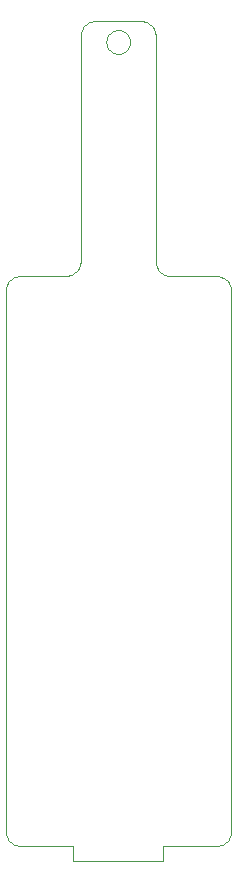
<source format=gm1>
G75*
%MOIN*%
%OFA0B0*%
%FSLAX24Y24*%
%IPPOS*%
%LPD*%
%AMOC8*
5,1,8,0,0,1.08239X$1,22.5*
%
%ADD10C,0.0000*%
D10*
X000200Y001150D02*
X000200Y019150D01*
X000202Y019194D01*
X000208Y019237D01*
X000217Y019279D01*
X000230Y019321D01*
X000247Y019361D01*
X000267Y019400D01*
X000290Y019437D01*
X000317Y019471D01*
X000346Y019504D01*
X000379Y019533D01*
X000413Y019560D01*
X000450Y019583D01*
X000489Y019603D01*
X000529Y019620D01*
X000571Y019633D01*
X000613Y019642D01*
X000656Y019648D01*
X000700Y019650D01*
X002200Y019650D01*
X002244Y019652D01*
X002287Y019658D01*
X002329Y019667D01*
X002371Y019680D01*
X002411Y019697D01*
X002450Y019717D01*
X002487Y019740D01*
X002521Y019767D01*
X002554Y019796D01*
X002583Y019829D01*
X002610Y019863D01*
X002633Y019900D01*
X002653Y019939D01*
X002670Y019979D01*
X002683Y020021D01*
X002692Y020063D01*
X002698Y020106D01*
X002700Y020150D01*
X002700Y025649D01*
X002700Y026149D01*
X002701Y027649D01*
X002700Y027649D02*
X002702Y027693D01*
X002708Y027736D01*
X002717Y027778D01*
X002730Y027820D01*
X002747Y027860D01*
X002767Y027899D01*
X002791Y027936D01*
X002817Y027971D01*
X002847Y028003D01*
X002879Y028032D01*
X002914Y028059D01*
X002950Y028082D01*
X002989Y028102D01*
X003030Y028119D01*
X003071Y028132D01*
X003114Y028142D01*
X003157Y028147D01*
X003201Y028149D01*
X003201Y028148D02*
X004701Y028148D01*
X004701Y028147D02*
X004745Y028145D01*
X004788Y028139D01*
X004831Y028130D01*
X004872Y028117D01*
X004913Y028100D01*
X004951Y028080D01*
X004988Y028056D01*
X005023Y028030D01*
X005055Y028000D01*
X005084Y027968D01*
X005111Y027934D01*
X005134Y027897D01*
X005154Y027858D01*
X005171Y027818D01*
X005184Y027776D01*
X005193Y027734D01*
X005199Y027690D01*
X005201Y027647D01*
X005200Y026147D01*
X005200Y025647D01*
X005200Y020146D01*
X005202Y020102D01*
X005208Y020059D01*
X005217Y020017D01*
X005230Y019975D01*
X005247Y019935D01*
X005267Y019896D01*
X005290Y019859D01*
X005317Y019825D01*
X005346Y019792D01*
X005379Y019763D01*
X005413Y019736D01*
X005450Y019713D01*
X005489Y019693D01*
X005529Y019676D01*
X005571Y019663D01*
X005613Y019654D01*
X005656Y019648D01*
X005700Y019646D01*
X007220Y019646D01*
X007264Y019644D01*
X007307Y019638D01*
X007349Y019629D01*
X007391Y019616D01*
X007431Y019599D01*
X007470Y019579D01*
X007507Y019556D01*
X007541Y019529D01*
X007574Y019500D01*
X007603Y019467D01*
X007630Y019433D01*
X007653Y019396D01*
X007673Y019357D01*
X007690Y019317D01*
X007703Y019275D01*
X007712Y019233D01*
X007718Y019190D01*
X007720Y019146D01*
X007720Y001150D01*
X007718Y001106D01*
X007712Y001063D01*
X007703Y001021D01*
X007690Y000979D01*
X007673Y000939D01*
X007653Y000900D01*
X007630Y000863D01*
X007603Y000829D01*
X007574Y000796D01*
X007541Y000767D01*
X007507Y000740D01*
X007470Y000717D01*
X007431Y000697D01*
X007391Y000680D01*
X007349Y000667D01*
X007307Y000658D01*
X007264Y000652D01*
X007220Y000650D01*
X005450Y000650D01*
X005450Y000150D01*
X002450Y000150D01*
X002450Y000650D01*
X000700Y000650D01*
X000656Y000652D01*
X000613Y000658D01*
X000571Y000667D01*
X000529Y000680D01*
X000489Y000697D01*
X000450Y000717D01*
X000413Y000740D01*
X000379Y000767D01*
X000346Y000796D01*
X000317Y000829D01*
X000290Y000863D01*
X000267Y000900D01*
X000247Y000939D01*
X000230Y000979D01*
X000217Y001021D01*
X000208Y001063D01*
X000202Y001106D01*
X000200Y001150D01*
X005200Y025647D02*
X005200Y025647D01*
X003556Y027450D02*
X003558Y027489D01*
X003564Y027528D01*
X003574Y027566D01*
X003587Y027603D01*
X003604Y027638D01*
X003624Y027672D01*
X003648Y027703D01*
X003675Y027732D01*
X003704Y027758D01*
X003736Y027781D01*
X003770Y027801D01*
X003806Y027817D01*
X003843Y027829D01*
X003882Y027838D01*
X003921Y027843D01*
X003960Y027844D01*
X003999Y027841D01*
X004038Y027834D01*
X004075Y027823D01*
X004112Y027809D01*
X004147Y027791D01*
X004180Y027770D01*
X004211Y027745D01*
X004239Y027718D01*
X004264Y027688D01*
X004286Y027655D01*
X004305Y027621D01*
X004320Y027585D01*
X004332Y027547D01*
X004340Y027509D01*
X004344Y027470D01*
X004344Y027430D01*
X004340Y027391D01*
X004332Y027353D01*
X004320Y027315D01*
X004305Y027279D01*
X004286Y027245D01*
X004264Y027212D01*
X004239Y027182D01*
X004211Y027155D01*
X004180Y027130D01*
X004147Y027109D01*
X004112Y027091D01*
X004075Y027077D01*
X004038Y027066D01*
X003999Y027059D01*
X003960Y027056D01*
X003921Y027057D01*
X003882Y027062D01*
X003843Y027071D01*
X003806Y027083D01*
X003770Y027099D01*
X003736Y027119D01*
X003704Y027142D01*
X003675Y027168D01*
X003648Y027197D01*
X003624Y027228D01*
X003604Y027262D01*
X003587Y027297D01*
X003574Y027334D01*
X003564Y027372D01*
X003558Y027411D01*
X003556Y027450D01*
M02*

</source>
